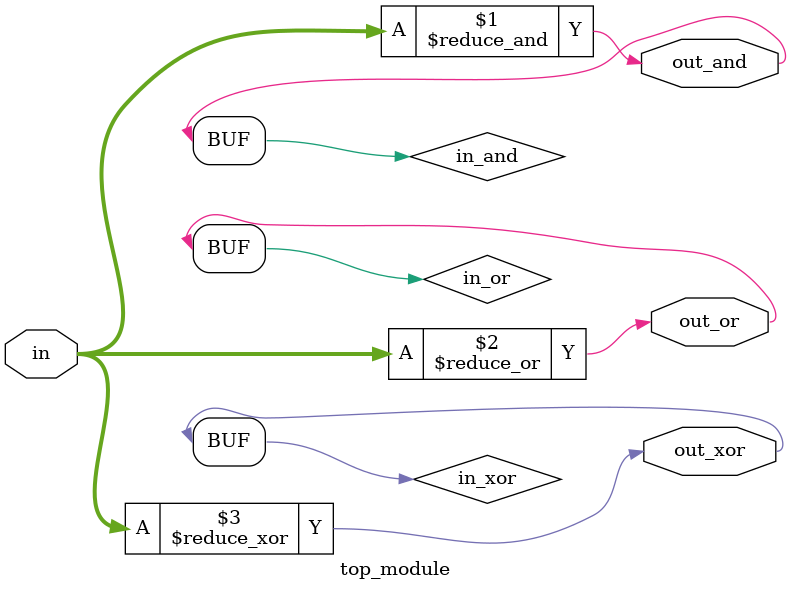
<source format=sv>
module top_module (
	input [99:0] in,
	output out_and,
	output out_or,
	output out_xor
);

	wire in_and;
	wire in_or;
	wire in_xor;

	assign out_and = in_and;
	assign out_or = in_or;
	assign out_xor = in_xor;

	assign in_and = &in;
	assign in_or = |in;
	assign in_xor = ^in;

endmodule

</source>
